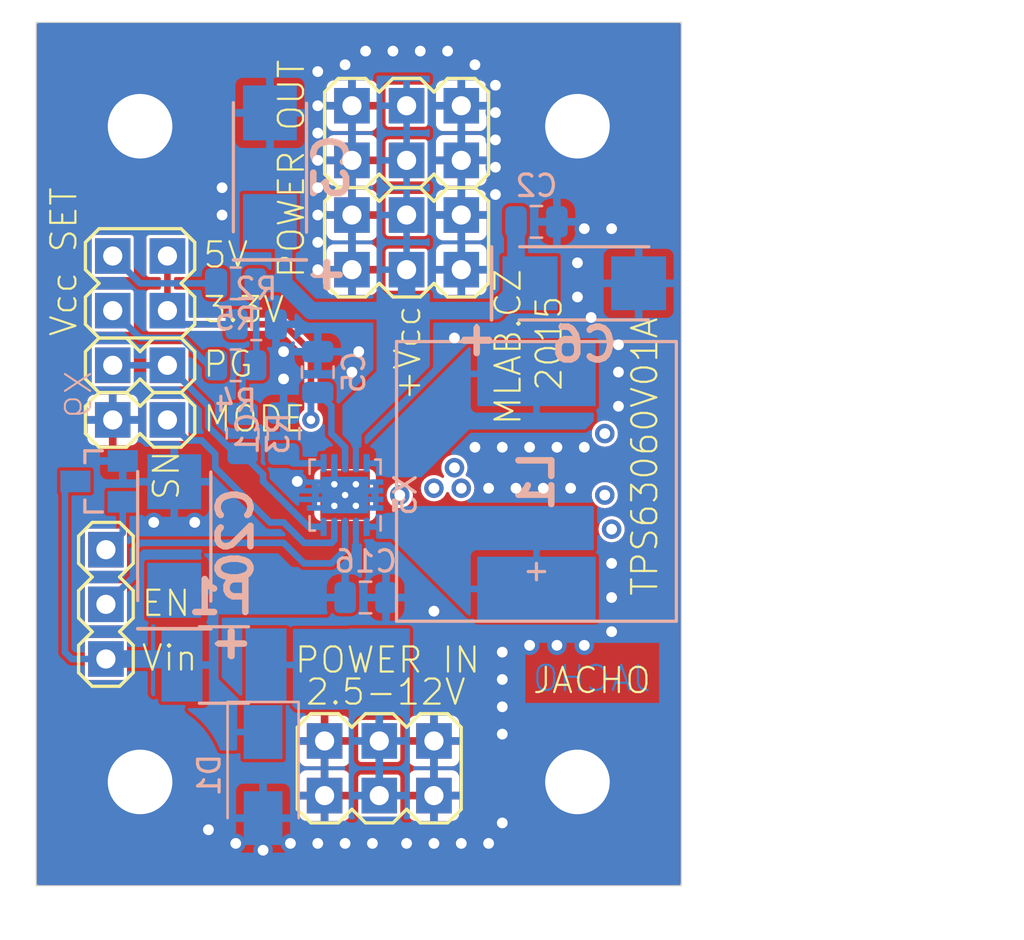
<source format=kicad_pcb>
(kicad_pcb (version 20211014) (generator pcbnew)
  (layers (0 "F.Cu" signal) (31 "B.Cu" signal) (34 "B.Paste" user) (35 "F.Paste" user) (36 "B.SilkS" user "B.Silkscreen") (37 "F.SilkS" user "F.Silkscreen") (38 "B.Mask" user) (39 "F.Mask" user) (44 "Edge.Cuts" user))
  (net 0 "")
  (net 1 "GND")
  (net 2 "Net-(P1-Pad1)")
  (net 3 "Net-(R4-Pad1)")
  (net 4 "Net-(R5-Pad1)")
  (net 5 "Net-(SV1-Pad1)")
  (net 6 "Net-(SV1-Pad2)")
  (net 7 "Net-(SV6-Pad1)")
  (net 8 "Net-(X5-Pad1)")
  (net 9 "Net-(X5-Pad10)")
  (net 10 "Net-(X5-Pad8)")
  (net 11 "Net-(X5-Pad6)")
  (net 12 "Net-(C3-Pad1)")
  (net 13 "Net-(C20-Pad1)")
  (net 14 "Net-(SV7-Pad1)")
  (footprint "untitled:MA03-1" (layer "F.Cu") (at 136.7536 111.9886 -90)
    (fp_text reference "SV1" hide)
    (fp_text value "MA03-1")
    (pad "1" thru_hole rect (at -2.54 0) (size 1.651 1.651) (drill 0.889) (layers *.Cu *.Mask) (net 5 "Net-(SV1-Pad1)"))
    (pad "2" thru_hole rect (at 0 0) (size 1.651 1.651) (drill 0.889) (layers *.Cu *.Mask) (net 6 "Net-(SV1-Pad2)"))
    (pad "3" thru_hole rect (at 2.54 0) (size 1.651 1.651) (drill 0.889) (layers *.Cu *.Mask) (net 13 "Net-(C20-Pad1)"))
  )
  (footprint "untitled:MA02-1" (layer "F.Cu") (at 138.3411 103.4161 180)
    (fp_text reference "SV6" hide)
    (fp_text value "MA02-1" hide)
    (pad "1" thru_hole rect (at -1.27 0 270) (size 1.651 1.651) (drill 0.889) (layers *.Cu *.Mask) (net 7 "Net-(SV6-Pad1)"))
    (pad "2" thru_hole rect (at 1.27 0 270) (size 1.651 1.651) (drill 0.889) (layers *.Cu *.Mask) (net 1 "GND"))
  )
  (footprint "Mlab_Mechanical:MountingHole_3mm" (layer "F.Cu") (at 138.3411 120.2436 90)
    (fp_text reference "X2" hide)
    (fp_text value "SROUB3M" hide)
    (pad "1" thru_hole circle locked (at 0 0 90) (size 6 6) (drill 3) (layers *.Cu *.Adhes *.Mask) (net 1 "GND") (clearance 1))
  )
  (footprint "untitled:MA02-2" (layer "F.Cu") (at 138.3411 97.0661 90)
    (fp_text reference "SV4" hide)
    (fp_text value "MA02-3")
    (pad "1" thru_hole rect (at -1.27 1.27 90) (size 1.651 1.651) (drill 0.889) (layers *.Cu *.Mask) (net 10 "Net-(X5-Pad8)"))
    (pad "2" thru_hole rect (at -1.27 -1.27 90) (size 1.651 1.651) (drill 0.889) (layers *.Cu *.Mask) (net 3 "Net-(R4-Pad1)"))
    (pad "3" thru_hole rect (at 1.27 1.27 90) (size 1.651 1.651) (drill 0.889) (layers *.Cu *.Mask) (net 10 "Net-(X5-Pad8)"))
    (pad "4" thru_hole rect (at 1.27 -1.27 90) (size 1.651 1.651) (drill 0.889) (layers *.Cu *.Mask) (net 4 "Net-(R5-Pad1)"))
  )
  (footprint "Mlab_Mechanical:MountingHole_3mm" (layer "F.Cu") (at 158.6611 120.2436 90)
    (fp_text reference "X4" hide)
    (fp_text value "SROUB3M" hide)
    (pad "1" thru_hole circle locked (at 0 0 90) (size 6 6) (drill 3) (layers *.Cu *.Adhes *.Mask) (net 1 "GND") (clearance 1))
  )
  (footprint "untitled:MA03-2" (layer "F.Cu") (at 150.7236 90.0811 180)
    (fp_text reference "SV5" hide)
    (fp_text value "MA03-2")
    (pad "1" thru_hole rect (at -2.54 1.27 180) (size 1.651 1.651) (drill 0.889) (layers *.Cu *.Mask) (net 1 "GND"))
    (pad "2" thru_hole rect (at -2.54 -1.27 180) (size 1.651 1.651) (drill 0.889) (layers *.Cu *.Mask) (net 1 "GND"))
    (pad "3" thru_hole rect (at 0 1.27 180) (size 1.651 1.651) (drill 0.889) (layers *.Cu *.Mask) (net 12 "Net-(C3-Pad1)"))
    (pad "4" thru_hole rect (at 0 -1.27 180) (size 1.651 1.651) (drill 0.889) (layers *.Cu *.Mask) (net 12 "Net-(C3-Pad1)"))
    (pad "5" thru_hole rect (at 2.54 1.27 180) (size 1.651 1.651) (drill 0.889) (layers *.Cu *.Mask) (net 1 "GND"))
    (pad "6" thru_hole rect (at 2.54 -1.27 180) (size 1.651 1.651) (drill 0.889) (layers *.Cu *.Mask) (net 1 "GND"))
  )
  (footprint "Mlab_Mechanical:MountingHole_3mm" (layer "F.Cu") (at 138.3411 89.7636 90)
    (fp_text reference "X1" hide)
    (fp_text value "SROUB3M" hide)
    (pad "1" thru_hole circle locked (at 0 0 90) (size 6 6) (drill 3) (layers *.Cu *.Adhes *.Mask) (net 1 "GND") (clearance 1))
  )
  (footprint "Mlab_Mechanical:MountingHole_3mm" (layer "F.Cu") (at 158.6611 89.7636 90)
    (fp_text reference "X3" hide)
    (fp_text value "SROUB3M" hide)
    (pad "1" thru_hole circle locked (at 0 0 90) (size 6 6) (drill 3) (layers *.Cu *.Adhes *.Mask) (net 1 "GND") (clearance 1))
  )
  (footprint "untitled:MA03-2" (layer "F.Cu") (at 150.7236 95.1611)
    (fp_text reference "SV2" hide)
    (fp_text value "MA03-2")
    (pad "1" thru_hole rect (at -2.54 1.27) (size 1.651 1.651) (drill 0.889) (layers *.Cu *.Mask) (net 1 "GND"))
    (pad "2" thru_hole rect (at -2.54 -1.27) (size 1.651 1.651) (drill 0.889) (layers *.Cu *.Mask) (net 1 "GND"))
    (pad "3" thru_hole rect (at 0 1.27) (size 1.651 1.651) (drill 0.889) (layers *.Cu *.Mask) (net 12 "Net-(C3-Pad1)"))
    (pad "4" thru_hole rect (at 0 -1.27) (size 1.651 1.651) (drill 0.889) (layers *.Cu *.Mask) (net 12 "Net-(C3-Pad1)"))
    (pad "5" thru_hole rect (at 2.54 1.27) (size 1.651 1.651) (drill 0.889) (layers *.Cu *.Mask) (net 1 "GND"))
    (pad "6" thru_hole rect (at 2.54 -1.27) (size 1.651 1.651) (drill 0.889) (layers *.Cu *.Mask) (net 1 "GND"))
  )
  (footprint "untitled:MA02-1" (layer "F.Cu") (at 138.3411 100.8761 180)
    (fp_text reference "SV7" hide)
    (fp_text value "MA02-1")
    (pad "1" thru_hole rect (at -1.27 0 270) (size 1.651 1.651) (drill 0.889) (layers *.Cu *.Mask) (net 14 "Net-(SV7-Pad1)"))
    (pad "2" thru_hole rect (at 1.27 0 270) (size 1.651 1.651) (drill 0.889) (layers *.Cu *.Mask) (net 14 "Net-(SV7-Pad1)"))
  )
  (footprint "untitled:MA03-2" (layer "F.Cu") (at 149.4536 119.6086 180)
    (fp_text reference "SV3" hide)
    (fp_text value "MA03-2")
    (pad "1" thru_hole rect (at -2.54 1.27 180) (size 1.651 1.651) (drill 0.889) (layers *.Cu *.Mask) (net 1 "GND"))
    (pad "2" thru_hole rect (at -2.54 -1.27 180) (size 1.651 1.651) (drill 0.889) (layers *.Cu *.Mask) (net 1 "GND"))
    (pad "3" thru_hole rect (at 0 1.27 180) (size 1.651 1.651) (drill 0.889) (layers *.Cu *.Mask) (net 2 "Net-(P1-Pad1)"))
    (pad "4" thru_hole rect (at 0 -1.27 180) (size 1.651 1.651) (drill 0.889) (layers *.Cu *.Mask) (net 2 "Net-(P1-Pad1)"))
    (pad "5" thru_hole rect (at 2.54 1.27 180) (size 1.651 1.651) (drill 0.889) (layers *.Cu *.Mask) (net 1 "GND"))
    (pad "6" thru_hole rect (at 2.54 -1.27 180) (size 1.651 1.651) (drill 0.889) (layers *.Cu *.Mask) (net 1 "GND"))
  )
  (footprint "Capacitor_SMD:C_0805_2012Metric" (layer "B.Cu") (at 145.0086 104.0511 -90)
    (fp_text reference "C1" (at 0 1.68 90) (layer "B.SilkS") (effects (justify mirror)))
    (fp_text value "100nF")
    (pad "1" smd roundrect (at -0.95 0 270) (size 1 1.45) (layers "B.Cu" "B.Paste" "B.Mask") (net 1 "GND"))
    (pad "2" smd roundrect (at 0.95 0 270) (size 1 1.45) (layers "B.Cu" "B.Paste" "B.Mask") (net 11 "Net-(X5-Pad6)"))
  )
  (footprint "Resistor_SMD:R_0805_2012Metric" (layer "B.Cu") (at 143.7386 98.9711 180)
    (fp_text reference "R2" (at 0 1.65) (layer "B.SilkS") (effects (justify mirror)))
    (fp_text value "100k")
    (pad "1" smd roundrect (at -0.9125 0 180) (size 1.025 1.4) (layers "B.Cu" "B.Paste" "B.Mask") (roundrect_rratio 0.243902) (net 1 "GND"))
    (pad "2" smd roundrect (at 0.9125 0 180) (size 1.025 1.4) (layers "B.Cu" "B.Paste" "B.Mask") (roundrect_rratio 0.243902) (net 10 "Net-(X5-Pad8)"))
  )
  (footprint "Capacitor_SMD:C_0805_2012Metric" (layer "B.Cu") (at 148.8186 111.6711 180)
    (fp_text reference "C16" (at 0 1.68) (layer "B.SilkS") (effects (justify mirror)))
    (fp_text value "10uF")
    (pad "1" smd roundrect (at -0.95 0 180) (size 1 1.45) (layers "B.Cu" "B.Paste" "B.Mask") (net 1 "GND"))
    (pad "2" smd roundrect (at 0.95 0 180) (size 1 1.45) (layers "B.Cu" "B.Paste" "B.Mask") (net 13 "Net-(C20-Pad1)"))
  )
  (footprint "Capacitor_SMD:C_0805_2012Metric" (layer "B.Cu") (at 156.7561 94.2086 180)
    (fp_text reference "C2" (at 0 1.68) (layer "B.SilkS") (effects (justify mirror)))
    (fp_text value "10uF")
    (pad "1" smd roundrect (at -0.95 0 180) (size 1 1.45) (layers "B.Cu" "B.Paste" "B.Mask") (net 1 "GND"))
    (pad "2" smd roundrect (at 0.95 0 180) (size 1 1.45) (layers "B.Cu" "B.Paste" "B.Mask") (net 12 "Net-(C3-Pad1)"))
  )
  (footprint "untitled:SOT23" (layer "B.Cu") (at 136.4361 106.2736 -90)
    (fp_text reference "X9" (at -2.8575 0.9525 -270) (layer "B.SilkS") (effects (font (size 1.176528 1.176528) (thickness 0.093472)) (justify right mirror)))
    (fp_text value "APX809")
    (pad "1" smd rect (at -0.95 -1.1 270) (size 1 1.4) (layers "B.Cu" "B.Paste" "B.Mask") (net 1 "GND"))
    (pad "2" smd rect (at 0.95 -1.1 270) (size 1 1.4) (layers "B.Cu" "B.Paste" "B.Mask") (net 5 "Net-(SV1-Pad1)"))
    (pad "3" smd rect (at 0 1.1 270) (size 1 1.4) (layers "B.Cu" "B.Paste" "B.Mask") (net 13 "Net-(C20-Pad1)"))
  )
  (footprint "Diode_SMD:D_SMA" (layer "B.Cu") (at 144.0561 119.9261 -90)
    (fp_text reference "D1" (at 0 2.5 90) (layer "B.SilkS") (effects (justify mirror)))
    (fp_text value "M4")
    (pad "1" smd rect (at -2 0 270) (size 2.5 1.8) (layers "B.Cu" "B.Paste" "B.Mask") (net 13 "Net-(C20-Pad1)"))
    (pad "2" smd rect (at 2 0 270) (size 2.5 1.8) (layers "B.Cu" "B.Paste" "B.Mask") (net 1 "GND"))
  )
  (footprint "Resistor_SMD:R_0805_2012Metric" (layer "B.Cu") (at 142.7861 97.0661)
    (fp_text reference "R5" (at 0 1.65 180) (layer "B.SilkS") (effects (justify mirror)))
    (fp_text value "900k")
    (pad "1" smd roundrect (at -0.9125 0) (size 1.025 1.4) (layers "B.Cu" "B.Paste" "B.Mask") (roundrect_rratio 0.243902) (net 4 "Net-(R5-Pad1)"))
    (pad "2" smd roundrect (at 0.9125 0) (size 1.025 1.4) (layers "B.Cu" "B.Paste" "B.Mask") (roundrect_rratio 0.243902) (net 12 "Net-(C3-Pad1)"))
  )
  (footprint "Mlab_L:DE1205-10" (layer "B.Cu") (at 156.7561 106.2736 -90)
    (fp_text reference "L1" (at 0 0 90) (layer "B.SilkS") (effects (font (size 1.524 1.524) (thickness 0.3048)) (justify mirror)))
    (fp_text value "DE1207-1" hide)
    (pad "1" smd rect locked (at 5 0 270) (size 3 5.5) (layers "B.Cu" "B.Paste" "B.Mask") (net 8 "Net-(X5-Pad1)"))
    (pad "2" smd rect locked (at -5 0 270) (size 3 5.5) (layers "B.Cu" "B.Paste" "B.Mask") (net 9 "Net-(X5-Pad10)"))
  )
  (footprint "Mlab_F:1812" (layer "B.Cu") (at 142.24 114.808 180)
    (fp_text reference "P1" (at 0.13462 3.15468 180) (layer "B.SilkS") (effects (font (size 1.524 1.524) (thickness 0.3048)) (justify mirror)))
    (fp_text value "1,1A" hide)
    (pad "1" smd rect locked (at -1.95 0 180) (size 1.9 3.4) (layers "B.Cu" "B.Paste" "B.Mask") (net 2 "Net-(P1-Pad1)"))
    (pad "2" smd rect locked (at 1.95 0 180) (size 1.9 3.4) (layers "B.Cu" "B.Paste" "B.Mask") (net 13 "Net-(C20-Pad1)"))
  )
  (footprint "Resistor_SMD:R_0805_2012Metric" (layer "B.Cu") (at 143.1036 104.0511 90)
    (fp_text reference "R3" (at 0 1.65 270) (layer "B.SilkS") (effects (justify mirror)))
    (fp_text value "1M")
    (pad "1" smd roundrect (at -0.9125 0 90) (size 1.025 1.4) (layers "B.Cu" "B.Paste" "B.Mask") (roundrect_rratio 0.243902) (net 14 "Net-(SV7-Pad1)"))
    (pad "2" smd roundrect (at 0.9125 0 90) (size 1.025 1.4) (layers "B.Cu" "B.Paste" "B.Mask") (roundrect_rratio 0.243902) (net 12 "Net-(C3-Pad1)"))
  )
  (footprint "Capacitor_SMD:C_0805_2012Metric" (layer "B.Cu") (at 146.5961 101.1936 90)
    (fp_text reference "C5" (at 0 1.68 270) (layer "B.SilkS") (effects (justify mirror)))
    (fp_text value "10p")
    (pad "1" smd roundrect (at -0.95 0 90) (size 1 1.45) (layers "B.Cu" "B.Paste" "B.Mask") (net 10 "Net-(X5-Pad8)"))
    (pad "2" smd roundrect (at 0.95 0 90) (size 1 1.45) (layers "B.Cu" "B.Paste" "B.Mask") (net 1 "GND"))
  )
  (footprint "Mlab_C:TantalC_SizeC_Reflow" (layer "B.Cu") (at 158.9786 97.0661)
    (fp_text reference "C6" (at 0 2.85) (layer "B.SilkS") (effects (font (size 1.524 1.524) (thickness 0.3048)) (justify mirror)))
    (fp_text value "47uF" hide)
    (fp_text user "+" (at -4.99872 2.55016) (layer "B.SilkS") (effects (font (size 1.524 1.524) (thickness 0.3048)) (justify mirror)))
    (pad "1" smd rect locked (at -2.52476 0) (size 2.55016 2.49936) (layers "B.Cu" "B.Paste" "B.Mask") (net 12 "Net-(C3-Pad1)"))
    (pad "2" smd rect locked (at 2.52476 0) (size 2.55016 2.49936) (layers "B.Cu" "B.Paste" "B.Mask") (net 1 "GND"))
  )
  (footprint "Resistor_SMD:R_0805_2012Metric" (layer "B.Cu") (at 142.7861 100.8761)
    (fp_text reference "R4" (at 0 1.65 180) (layer "B.SilkS") (effects (justify mirror)))
    (fp_text value "560k")
    (pad "1" smd roundrect (at -0.9125 0) (size 1.025 1.4) (layers "B.Cu" "B.Paste" "B.Mask") (roundrect_rratio 0.243902) (net 3 "Net-(R4-Pad1)"))
    (pad "2" smd roundrect (at 0.9125 0) (size 1.025 1.4) (layers "B.Cu" "B.Paste" "B.Mask") (roundrect_rratio 0.243902) (net 12 "Net-(C3-Pad1)"))
  )
  (footprint "Mlab_C:TantalC_SizeC_Reflow" (layer "B.Cu") (at 144.3736 91.6686 90)
    (fp_text reference "C3" (at 0 2.85 90) (layer "B.SilkS") (effects (font (size 1.524 1.524) (thickness 0.3048)) (justify mirror)))
    (fp_text value "47uF" hide)
    (fp_text user "+" (at -4.99872 2.55016 90) (layer "B.SilkS") (effects (font (size 1.524 1.524) (thickness 0.3048)) (justify mirror)))
    (pad "1" smd rect locked (at -2.52476 0 90) (size 2.55016 2.49936) (layers "B.Cu" "B.Paste" "B.Mask") (net 12 "Net-(C3-Pad1)"))
    (pad "2" smd rect locked (at 2.52476 0 90) (size 2.55016 2.49936) (layers "B.Cu" "B.Paste" "B.Mask") (net 1 "GND"))
  )
  (footprint "Package_SON:Texas_S-PWSON-N10_ThermalVias" (layer "B.Cu") (at 147.8661 106.9086 90)
    (fp_text reference "X5" (at 0 2.8 90) (layer "B.SilkS") (effects (justify mirror)))
    (fp_text value "TPS63060")
    (pad "1" smd rect (at -1.76 1 90) (size 0.28 0.28) (layers "B.Cu" "B.Paste" "B.Mask") (net 8 "Net-(X5-Pad1)"))
    (pad "1" smd oval (at -1.475 1 90) (size 0.85 0.28) (layers "B.Cu" "B.Paste" "B.Mask") (net 8 "Net-(X5-Pad1)"))
    (pad "2" smd rect (at -1.76 0.5 90) (size 0.28 0.28) (layers "B.Cu" "B.Paste" "B.Mask") (net 13 "Net-(C20-Pad1)"))
    (pad "2" smd oval (at -1.475 0.5 90) (size 0.85 0.28) (layers "B.Cu" "B.Paste" "B.Mask") (net 13 "Net-(C20-Pad1)"))
    (pad "3" smd rect (at -1.76 0 90) (size 0.28 0.28) (layers "B.Cu" "B.Paste" "B.Mask") (net 6 "Net-(SV1-Pad2)"))
    (pad "3" smd oval (at -1.475 0 90) (size 0.85 0.28) (layers "B.Cu" "B.Paste" "B.Mask") (net 6 "Net-(SV1-Pad2)"))
    (pad "4" smd rect (at -1.76 -0.5 90) (size 0.28 0.28) (layers "B.Cu" "B.Paste" "B.Mask") (net 7 "Net-(SV6-Pad1)"))
    (pad "4" smd oval (at -1.475 -0.5 90) (size 0.85 0.28) (layers "B.Cu" "B.Paste" "B.Mask") (net 7 "Net-(SV6-Pad1)"))
    (pad "5" smd rect (at -1.76 -1 90) (size 0.28 0.28) (layers "B.Cu" "B.Paste" "B.Mask") (net 14 "Net-(SV7-Pad1)"))
    (pad "5" smd oval (at -1.475 -1 90) (size 0.85 0.28) (layers "B.Cu" "B.Paste" "B.Mask") (net 14 "Net-(SV7-Pad1)"))
    (pad "6" smd oval (at 1.475 -1 90) (size 0.85 0.28) (layers "B.Cu" "B.Paste" "B.Mask") (net 11 "Net-(X5-Pad6)"))
    (pad "6" smd rect (at 1.76 -1 90) (size 0.28 0.28) (layers "B.Cu" "B.Paste" "B.Mask") (net 11 "Net-(X5-Pad6)"))
    (pad "7" smd rect (at 1.76 -0.5 90) (size 0.28 0.28) (layers "B.Cu" "B.Paste" "B.Mask") (net 1 "GND"))
    (pad "7" smd oval (at 1.475 -0.5 90) (size 0.85 0.28) (layers "B.Cu" "B.Paste" "B.Mask") (net 1 "GND"))
    (pad "8" smd oval (at 1.475 0 90) (size 0.85 0.28) (layers "B.Cu" "B.Paste" "B.Mask") (net 10 "Net-(X5-Pad8)"))
    (pad "8" smd rect (at 1.76 0 90) (size 0.28 0.28) (layers "B.Cu" "B.Paste" "B.Mask") (net 10 "Net-(X5-Pad8)"))
    (pad "9" smd rect (at 1.76 0.5 90) (size 0.28 0.28) (layers "B.Cu" "B.Paste" "B.Mask") (net 12 "Net-(C3-Pad1)"))
    (pad "9" smd oval (at 1.475 0.5 90) (size 0.85 0.28) (layers "B.Cu" "B.Paste" "B.Mask") (net 12 "Net-(C3-Pad1)"))
    (pad "10" smd oval (at 1.475 1 90) (size 0.85 0.28) (layers "B.Cu" "B.Paste" "B.Mask") (net 9 "Net-(X5-Pad10)"))
    (pad "10" smd rect (at 1.76 1 90) (size 0.28 0.28) (layers "B.Cu" "B.Paste" "B.Mask") (net 9 "Net-(X5-Pad10)"))
    (pad "11" smd rect (at 0.6 -1.425 90) (size 0.25 0.7) (layers "B.Cu" "B.Paste" "B.Mask") (net 1 "GND"))
    (pad "11" smd rect (at 0.6 1.425 90) (size 0.25 0.7) (layers "B.Cu" "B.Paste" "B.Mask") (net 1 "GND"))
    (pad "11" smd rect (at -0.6 1.425 90) (size 0.25 0.7) (layers "B.Cu" "B.Paste" "B.Mask") (net 1 "GND"))
    (pad "11" thru_hole circle (at 0.5 0.5 90) (size 0.6 0.6) (drill 0.3) (layers *.Cu *.Mask) (net 1 "GND"))
    (pad "11" smd rect (at 0 0 90) (size 1.7 2.15) (layers "B.Cu" "B.Mask") (net 1 "GND"))
    (pad "11" thru_hole circle (at 0 0 90) (size 0.6 0.6) (drill 0.3) (layers *.Cu *.Mask) (net 1 "GND"))
    (pad "11" smd rect (at 0.435 0.56 90) (size 0.65 0.9) (layers "B.Cu" "B.Paste" "B.Mask") (net 1 "GND"))
    (pad "11" smd rect (at 0.2 -1.425 90) (size 0.25 0.7) (layers "B.Cu" "B.Paste" "B.Mask") (net 1 "GND"))
    (pad "11" smd rect (at 0.6 1.425 90) (size 0.23 0.6) (layers "B.Cu" "B.Paste" "B.Mask") (net 1 "GND"))
    (pad "11" smd rect (at -0.2 1.425 90) (size 0.25 0.7) (layers "B.Cu" "B.Paste" "B.Mask") (net 1 "GND"))
    (pad "11" thru_hole circle (at -0.5 0.5 90) (size 0.6 0.6) (drill 0.3) (layers *.Cu *.Mask) (net 1 "GND"))
    (pad "11" smd rect (at 0.2 -1.425 90) (size 0.23 0.6) (layers "B.Cu" "B.Paste" "B.Mask") (net 1 "GND"))
    (pad "11" smd rect (at -0.435 -0.56 90) (size 0.65 0.9) (layers "B.Cu" "B.Paste" "B.Mask") (net 1 "GND"))
    (pad "11" smd rect (at -0.6 -1.425 90) (size 0.25 0.7) (layers "B.Cu" "B.Paste" "B.Mask") (net 1 "GND"))
    (pad "11" smd rect (at 0.2 1.425 90) (size 0.25 0.7) (layers "B.Cu" "B.Paste" "B.Mask") (net 1 "GND"))
    (pad "11" smd rect (at 0.2 1.425 90) (size 0.23 0.6) (layers "B.Cu" "B.Paste" "B.Mask") (net 1 "GND"))
    (pad "11" thru_hole circle (at -0.5 -0.5 90) (size 0.6 0.6) (drill 0.3) (layers *.Cu *.Mask) (net 1 "GND"))
    (pad "11" thru_hole circle (at 0.5 -0.5 90) (size 0.6 0.6) (drill 0.3) (layers *.Cu *.Mask) (net 1 "GND"))
    (pad "11" smd rect (at -0.2 1.425 90) (size 0.23 0.6) (layers "B.Cu" "B.Paste" "B.Mask") (net 1 "GND"))
    (pad "11" smd rect (at -0.6 -1.425 90) (size 0.23 0.6) (layers "B.Cu" "B.Paste" "B.Mask") (net 1 "GND"))
    (pad "11" smd rect (at 0.435 -0.56 90) (size 0.65 0.9) (layers "B.Cu" "B.Paste" "B.Mask") (net 1 "GND"))
    (pad "11" smd rect (at -0.001 0 90) (size 2.3 2.3) (layers "F.Cu") (net 1 "GND"))
    (pad "11" smd rect (at -0.435 0.56 90) (size 0.65 0.9) (layers "B.Cu" "B.Paste" "B.Mask") (net 1 "GND"))
    (pad "11" smd rect (at -0.2 -1.425 90) (size 0.23 0.6) (layers "B.Cu" "B.Paste" "B.Mask") (net 1 "GND"))
    (pad "11" smd rect (at 0.6 -1.425 90) (size 0.23 0.6) (layers "B.Cu" "B.Paste" "B.Mask") (net 1 "GND"))
    (pad "11" smd rect (at -0.2 -1.425 90) (size 0.25 0.7) (layers "B.Cu" "B.Paste" "B.Mask") (net 1 "GND"))
    (pad "11" smd rect (at -0.6 1.425 90) (size 0.23 0.6) (layers "B.Cu" "B.Paste" "B.Mask") (net 1 "GND"))
  )
  (footprint "Mlab_C:TantalC_SizeC_Reflow" (layer "B.Cu") (at 139.9286 108.8136 90)
    (fp_text reference "C20" (at 0 2.85 90) (layer "B.SilkS") (effects (font (size 1.524 1.524) (thickness 0.3048)) (justify mirror)))
    (fp_text value "47uF" hide)
    (fp_text user "+" (at -4.99872 2.55016 90) (layer "B.SilkS") (effects (font (size 1.524 1.524) (thickness 0.3048)) (justify mirror)))
    (pad "1" smd rect locked (at -2.52476 0 90) (size 2.55016 2.49936) (layers "B.Cu" "B.Paste" "B.Mask") (net 13 "Net-(C20-Pad1)"))
    (pad "2" smd rect locked (at 2.52476 0 90) (size 2.55016 2.49936) (layers "B.Cu" "B.Paste" "B.Mask") (net 1 "GND"))
  )
  (gr_line (start 133.5151 125.0696) (end 163.4871 125.0696) (layer "Edge.Cuts") (width 0.05))
  (gr_line (start 163.4871 125.0696) (end 163.4871 84.9376) (layer "Edge.Cuts") (width 0.05))
  (gr_line (start 163.4871 84.9376) (end 133.5151 84.9376) (layer "Edge.Cuts") (width 0.05))
  (gr_line (start 133.5151 84.9376) (end 133.5151 125.0696) (layer "Edge.Cuts") (width 0.05))
  (gr_text "JACHO" (at 162.1536 116.1161) (layer "B.Cu") (effects (font (size 1.1684 1.1684) (thickness 0.1016)) (justify left bottom mirror)))
  (gr_text "POWER OUT" (at 144.6911 86.5886 90) (layer "F.SilkS") (effects (font (size 1.1684 1.1684) (thickness 0.1016)) (justify right top)))
  (gr_text "5V" (at 141.1986 96.4311) (layer "F.SilkS") (effects (font (size 1.1684 1.1684) (thickness 0.1016)) (justify left bottom)))
  (gr_text "3.3V" (at 141.1986 98.9711) (layer "F.SilkS") (effects (font (size 1.1684 1.1684) (thickness 0.1016)) (justify left bottom)))
  (gr_text "2.5-12V" (at 145.9611 116.7511) (layer "F.SilkS") (effects (font (size 1.1684 1.1684) (thickness 0.1016)) (justify left bottom)))
  (gr_text "EN" (at 138.3411 112.6236) (layer "F.SilkS") (effects (font (size 1.1684 1.1684) (thickness 0.1016)) (justify left bottom)))
  (gr_text "PG" (at 141.1986 101.5111) (layer "F.SilkS") (effects (font (size 1.1684 1.1684) (thickness 0.1016)) (justify left bottom)))
  (gr_text "2015" (at 158.0261 102.1461 90) (layer "F.SilkS") (effects (font (size 1.1684 1.1684) (thickness 0.1016)) (justify left bottom)))
  (gr_text "Vin" (at 138.3411 115.1636) (layer "F.SilkS") (effects (font (size 1.1684 1.1684) (thickness 0.1016)) (justify left bottom)))
  (gr_text "POWER IN" (at 154.2161 113.8936) (layer "F.SilkS") (effects (font (size 1.1684 1.1684) (thickness 0.1016)) (justify right top)))
  (gr_text "MODE" (at 141.1986 104.0511) (layer "F.SilkS") (effects (font (size 1.1684 1.1684) (thickness 0.1016)) (justify left bottom)))
  (gr_text "Vcc SET" (at 135.4836 99.6061 90) (layer "F.SilkS") (effects (font (size 1.1684 1.1684) (thickness 0.1016)) (justify left bottom)))
  (gr_text "SN" (at 140.2461 107.2261 90) (layer "F.SilkS") (effects (font (size 1.1684 1.1684) (thickness 0.1016)) (justify left bottom)))
  (gr_text "MLAB.CZ" (at 156.1211 103.7336 90) (layer "F.SilkS") (effects (font (size 1.1684 1.1684) (thickness 0.1016)) (justify left bottom)))
  (gr_text "TPS63060V01A" (at 162.4711 111.6711 90) (layer "F.SilkS") (effects (font (size 1.1684 1.1684) (thickness 0.1016)) (justify left bottom)))
  (gr_text "+Vcc" (at 150.0886 98.0186 90) (layer "F.SilkS") (effects (font (size 1.1684 1.1684) (thickness 0.1016)) (justify right top)))
  (gr_text "JACHO" (at 162.1536 114.8461) (layer "F.SilkS") (effects (font (size 1.1684 1.1684) (thickness 0.1016)) (justify right top)))
  (via (at 152.6286 86.2711) (size 0.9064) (drill 0.5) (layers "F.Cu" "B.Cu") (net 1))
  (via (at 157.0736 106.5911) (size 0.9064) (drill 0.5) (layers "F.Cu" "B.Cu") (net 1))
  (via (at 155.1686 118.0211) (size 0.9064) (drill 0.5) (layers "F.Cu" "B.Cu") (net 1))
  (via (at 145.0086 100.2411) (size 0.9064) (drill 0.5) (layers "F.Cu" "B.Cu") (net 1))
  (via (at 157.7086 113.8936) (size 0.9064) (drill 0.5) (layers "F.Cu" "B.Cu") (net 1))
  (via (at 155.1686 115.4811) (size 0.9064) (drill 0.5) (layers "F.Cu" "B.Cu") (net 1))
  (via (at 146.5961 93.8911) (size 0.9064) (drill 0.5) (layers "F.Cu" "B.Cu") (net 1))
  (via (at 141.5161 122.4661) (size 0.9064) (drill 0.5) (layers "F.Cu" "B.Cu") (net 1))
  (via (at 154.8511 90.3986) (size 0.9064) (drill 0.5) (layers "F.Cu" "B.Cu") (net 1))
  (via (at 145.3261 123.1011) (size 0.9064) (drill 0.5) (layers "F.Cu" "B.Cu") (net 1))
  (via (at 158.6611 97.7011) (size 0.9064) (drill 0.5) (layers "F.Cu" "B.Cu") (net 1))
  (via (at 160.2486 113.2586) (size 0.9064) (drill 0.5) (layers "F.Cu" "B.Cu") (net 1))
  (via (at 160.5661 101.1936) (size 0.9064) (drill 0.5) (layers "F.Cu" "B.Cu") (net 1))
  (via (at 155.1686 116.7511) (size 0.9064) (drill 0.5) (layers "F.Cu" "B.Cu") (net 1))
  (via (at 146.5961 95.1611) (size 0.9064) (drill 0.5) (layers "F.Cu" "B.Cu") (net 1))
  (via (at 151.9936 112.3061) (size 0.9064) (drill 0.5) (layers "F.Cu" "B.Cu") (net 1))
  (via (at 144.0561 123.4186) (size 0.9064) (drill 0.5) (layers "F.Cu" "B.Cu") (net 1))
  (via (at 154.8511 87.8586) (size 0.9064) (drill 0.5) (layers "F.Cu" "B.Cu") (net 1))
  (via (at 159.2961 98.6536) (size 0.9064) (drill 0.5) (layers "F.Cu" "B.Cu") (net 1))
  (via (at 146.5961 91.3511) (size 0.9064) (drill 0.5) (layers "F.Cu" "B.Cu") (net 1))
  (via (at 146.5961 90.0811) (size 0.9064) (drill 0.5) (layers "F.Cu" "B.Cu") (net 1))
  (via (at 160.5661 99.9236) (size 0.9064) (drill 0.5) (layers "F.Cu" "B.Cu") (net 1))
  (via (at 150.0886 86.2711) (size 0.9064) (drill 0.5) (layers "F.Cu" "B.Cu") (net 1))
  (via (at 145.6436 106.2736) (size 0.9064) (drill 0.5) (layers "F.Cu" "B.Cu") (net 1))
  (via (at 156.4386 104.6861) (size 0.9064) (drill 0.5) (layers "F.Cu" "B.Cu") (net 1))
  (via (at 155.1686 122.1486) (size 0.9064) (drill 0.5) (layers "F.Cu" "B.Cu") (net 1))
  (via (at 142.1511 93.8911) (size 0.9064) (drill 0.5) (layers "F.Cu" "B.Cu") (net 1))
  (via (at 149.1361 123.1011) (size 0.9064) (drill 0.5) (layers "F.Cu" "B.Cu") (net 1))
  (via (at 155.8036 106.5911) (size 0.9064) (drill 0.5) (layers "F.Cu" "B.Cu") (net 1))
  (via (at 146.5961 92.6211) (size 0.9064) (drill 0.5) (layers "F.Cu" "B.Cu") (net 1))
  (via (at 154.8511 91.6686) (size 0.9064) (drill 0.5) (layers "F.Cu" "B.Cu") (net 1))
  (via (at 160.2486 94.5261) (size 0.9064) (drill 0.5) (layers "F.Cu" "B.Cu") (net 1))
  (via (at 154.8511 92.9386) (size 0.9064) (drill 0.5) (layers "F.Cu" "B.Cu") (net 1))
  (via (at 158.9786 104.6861) (size 0.9064) (drill 0.5) (layers "F.Cu" "B.Cu") (net 1))
  (via (at 153.8986 86.9061) (size 0.9064) (drill 0.5) (layers "F.Cu" "B.Cu") (net 1))
  (via (at 146.5961 88.8111) (size 0.9064) (drill 0.5) (layers "F.Cu" "B.Cu") (net 1))
  (via (at 150.7236 123.1011) (size 0.9064) (drill 0.5) (layers "F.Cu" "B.Cu") (net 1))
  (via (at 145.0086 101.5111) (size 0.9064) (drill 0.5) (layers "F.Cu" "B.Cu") (net 1))
  (via (at 148.1836 101.1936) (size 0.9064) (drill 0.5) (layers "F.Cu" "B.Cu") (net 1))
  (via (at 160.2486 111.6711) (size 0.9064) (drill 0.5) (layers "F.Cu" "B.Cu") (net 1))
  (via (at 156.4386 113.8936) (size 0.9064) (drill 0.5) (layers "F.Cu" "B.Cu") (net 1))
  (via (at 154.5336 123.1011) (size 0.9064) (drill 0.5) (layers "F.Cu" "B.Cu") (net 1))
  (via (at 142.7861 123.1011) (size 0.9064) (drill 0.5) (layers "F.Cu" "B.Cu") (net 1))
  (via (at 140.8811 108.1786) (size 0.9064) (drill 0.5) (layers "F.Cu" "B.Cu") (net 1))
  (via (at 142.1511 92.6211) (size 0.9064) (drill 0.5) (layers "F.Cu" "B.Cu") (net 1))
  (via (at 153.2636 123.1011) (size 0.9064) (drill 0.5) (layers "F.Cu" "B.Cu") (net 1))
  (via (at 138.9761 108.1786) (size 0.9064) (drill 0.5) (layers "F.Cu" "B.Cu") (net 1))
  (via (at 148.8186 86.2711) (size 0.9064) (drill 0.5) (layers "F.Cu" "B.Cu") (net 1))
  (via (at 154.5336 106.5911) (size 0.9064) (drill 0.5) (layers "F.Cu" "B.Cu") (net 1))
  (via (at 152.9461 99.6061) (size 0.9064) (drill 0.5) (layers "F.Cu" "B.Cu") (net 1))
  (via (at 158.6611 96.1136) (size 0.9064) (drill 0.5) (layers "F.Cu" "B.Cu") (net 1))
  (via (at 158.9786 94.5261) (size 0.9064) (drill 0.5) (layers "F.Cu" "B.Cu") (net 1))
  (via (at 157.7086 104.6861) (size 0.9064) (drill 0.5) (layers "F.Cu" "B.Cu") (net 1))
  (via (at 146.5961 96.4311) (size 0.9064) (drill 0.5) (layers "F.Cu" "B.Cu") (net 1))
  (via (at 160.2486 110.0836) (size 0.9064) (drill 0.5) (layers "F.Cu" "B.Cu") (net 1))
  (via (at 151.9936 123.1011) (size 0.9064) (drill 0.5) (layers "F.Cu" "B.Cu") (net 1))
  (via (at 146.5961 123.1011) (size 0.9064) (drill 0.5) (layers "F.Cu" "B.Cu") (net 1))
  (via (at 148.5011 100.2411) (size 0.9064) (drill 0.5) (layers "F.Cu" "B.Cu") (net 1))
  (via (at 151.3586 86.2711) (size 0.9064) (drill 0.5) (layers "F.Cu" "B.Cu") (net 1))
  (via (at 155.1686 104.6861) (size 0.9064) (drill 0.5) (layers "F.Cu" "B.Cu") (net 1))
  (via (at 154.8511 89.1286) (size 0.9064) (drill 0.5) (layers "F.Cu" "B.Cu") (net 1))
  (via (at 153.8986 104.6861) (size 0.9064) (drill 0.5) (layers "F.Cu" "B.Cu") (net 1))
  (via (at 158.3436 106.5911) (size 0.9064) (drill 0.5) (layers "F.Cu" "B.Cu") (net 1))
  (via (at 146.5961 87.2236) (size 0.9064) (drill 0.5) (layers "F.Cu" "B.Cu") (net 1))
  (via (at 158.9786 113.8936) (size 0.9064) (drill 0.5) (layers "F.Cu" "B.Cu") (net 1))
  (via (at 155.1686 114.2111) (size 0.9064) (drill 0.5) (layers "F.Cu" "B.Cu") (net 1))
  (via (at 147.8661 86.9061) (size 0.9064) (drill 0.5) (layers "F.Cu" "B.Cu") (net 1))
  (via (at 160.5661 102.7811) (size 0.9064) (drill 0.5) (layers "F.Cu" "B.Cu") (net 1))
  (via (at 147.8661 123.1011) (size 0.9064) (drill 0.5) (layers "F.Cu" "B.Cu") (net 1))
  (segment (start 147.2311 106.5911) (end 146.5586 106.5911) (width 0.3048) (layer "B.Cu") (net 1))
  (segment (start 147.3661 105.4336) (end 147.3661 106.4561) (width 0.3048) (layer "B.Cu") (net 1))
  (segment (start 146.5586 106.5911) (end 146.4411 106.7086) (width 0.3048) (layer "B.Cu") (net 1))
  (segment (start 148.0661 106.7086) (end 147.8661 106.9086) (width 0.3048) (layer "B.Cu") (net 1))
  (segment (start 147.2311 106.5911) (end 147.5486 106.5911) (width 0.3048) (layer "B.Cu") (net 1))
  (segment (start 147.5486 106.5911) (end 147.8661 106.9086) (width 0.3048) (layer "B.Cu") (net 1))
  (segment (start 149.2911 106.7086) (end 148.0661 106.7086) (width 0.3048) (layer "B.Cu") (net 1))
  (segment (start 147.3661 106.4561) (end 147.2311 106.5911) (width 0.3048) (layer "B.Cu") (net 1))
  (segment (start 138.3411 99.6061) (end 137.0711 98.3361) (width 0.3048) (layer "B.Cu") (net 3))
  (segment (start 140.2461 99.6061) (end 138.3411 99.6061) (width 0.3048) (layer "B.Cu") (net 3))
  (segment (start 141.5161 100.8761) (end 140.2461 99.6061) (width 0.3048) (layer "B.Cu") (net 3))
  (segment (start 141.8361 100.8761) (end 141.5161 100.8761) (width 0.3048) (layer "B.Cu") (net 3))
  (segment (start 138.3411 97.0661) (end 137.0711 95.7961) (width 0.3048) (layer "B.Cu") (net 4))
  (segment (start 141.8361 97.0661) (end 138.3411 97.0661) (width 0.3048) (layer "B.Cu") (net 4))
  (segment (start 137.5361 108.6661) (end 136.7536 109.4486) (width 0.3048) (layer "B.Cu") (net 5))
  (segment (start 137.5361 107.2236) (end 137.5361 108.6661) (width 0.3048) (layer "B.Cu") (net 5))
  (segment (start 138.0236 109.4486) (end 138.0236 110.7186) (width 0.3048) (layer "B.Cu") (net 6))
  (segment (start 138.0236 110.7186) (end 136.7536 111.9886) (width 0.3048) (layer "B.Cu") (net 6))
  (segment (start 147.8661 109.4486) (end 147.2311 110.0836) (width 0.3048) (layer "B.Cu") (net 6))
  (segment (start 138.3411 109.1311) (end 138.0236 109.4486) (width 0.3048) (layer "B.Cu") (net 6))
  (segment (start 145.0086 109.1311) (end 138.3411 109.1311) (width 0.3048) (layer "B.Cu") (net 6))
  (segment (start 145.9611 110.0836) (end 145.0086 109.1311) (width 0.3048) (layer "B.Cu") (net 6))
  (segment (start 147.2311 110.0836) (end 145.9611 110.0836) (width 0.3048) (layer "B.Cu") (net 6))
  (segment (start 147.8661 108.3836) (end 147.8661 109.4486) (width 0.3048) (layer "B.Cu") (net 6))
  (segment (start 140.5636 104.3686) (end 139.6111 103.4161) (width 0.3048) (layer "B.Cu") (net 7))
  (segment (start 145.9611 109.1311) (end 145.0086 108.1786) (width 0.3048) (layer "B.Cu") (net 7))
  (segment (start 147.2311 109.1311) (end 145.9611 109.1311) (width 0.3048) (layer "B.Cu") (net 7))
  (segment (start 141.8336 105.6386) (end 141.8336 105.0036) (width 0.3048) (layer "B.Cu") (net 7))
  (segment (start 144.3736 108.1786) (end 141.8336 105.6386) (width 0.3048) (layer "B.Cu") (net 7))
  (segment (start 141.1986 104.3686) (end 140.5636 104.3686) (width 0.3048) (layer "B.Cu") (net 7))
  (segment (start 141.8336 105.0036) (end 141.1986 104.3686) (width 0.3048) (layer "B.Cu") (net 7))
  (segment (start 147.3661 108.3836) (end 147.3661 108.9961) (width 0.3048) (layer "B.Cu") (net 7))
  (segment (start 147.3661 108.9961) (end 147.2311 109.1311) (width 0.3048) (layer "B.Cu") (net 7))
  (segment (start 145.0086 108.1786) (end 144.3736 108.1786) (width 0.3048) (layer "B.Cu") (net 7))
  (via (at 151.9936 106.5911) (size 0.9064) (drill 0.5) (layers "F.Cu" "B.Cu") (net 8))
  (via (at 150.4061 106.9086) (size 0.9064) (drill 0.5) (layers "F.Cu" "B.Cu") (net 8))
  (via (at 153.2636 106.5911) (size 0.9064) (drill 0.5) (layers "F.Cu" "B.Cu") (net 8))
  (via (at 152.9461 105.6386) (size 0.9064) (drill 0.5) (layers "F.Cu" "B.Cu") (net 8))
  (via (at 160.2486 108.4961) (size 0.9064) (drill 0.5) (layers "F.Cu" "B.Cu") (net 9))
  (via (at 159.9311 104.0511) (size 0.9064) (drill 0.5) (layers "F.Cu" "B.Cu") (net 9))
  (via (at 159.9311 106.9086) (size 0.9064) (drill 0.5) (layers "F.Cu" "B.Cu") (net 9))
  (segment (start 140.2461 98.9711) (end 139.6111 98.3361) (width 0.3048) (layer "F.Cu") (net 10))
  (segment (start 139.6111 98.3361) (end 139.6111 95.7961) (width 0.3048) (layer "F.Cu") (net 10))
  (segment (start 140.2461 98.9711) (end 145.0086 98.9711) (width 0.3048) (layer "F.Cu") (net 10))
  (segment (start 145.0086 98.9711) (end 146.2786 100.2411) (width 0.3048) (layer "F.Cu") (net 10))
  (segment (start 146.2786 100.2411) (end 146.2786 103.4161) (width 0.3048) (layer "F.Cu") (net 10))
  (via (at 146.2786 103.4161) (size 0.8064) (drill 0.4) (layers "F.Cu" "B.Cu") (net 10))
  (segment (start 146.2786 103.4161) (end 146.2786 102.4611) (width 0.3048) (layer "B.Cu") (net 10))
  (segment (start 147.2311 104.0511) (end 147.2311 102.7786) (width 0.3048) (layer "B.Cu") (net 10))
  (segment (start 146.2786 102.4611) (end 146.5961 102.1436) (width 0.3048) (layer "B.Cu") (net 10))
  (segment (start 142.7886 98.9711) (end 140.2461 98.9711) (width 0.3048) (layer "B.Cu") (net 10))
  (segment (start 147.8661 104.6861) (end 147.2311 104.0511) (width 0.3048) (layer "B.Cu") (net 10))
  (segment (start 147.8661 105.4336) (end 147.8661 104.6861) (width 0.3048) (layer "B.Cu") (net 10))
  (segment (start 140.2461 98.9711) (end 139.6111 98.3361) (width 0.3048) (layer "B.Cu") (net 10))
  (segment (start 147.2311 102.7786) (end 146.5961 102.1436) (width 0.3048) (layer "B.Cu") (net 10))
  (segment (start 145.4411 105.4336) (end 145.0086 105.0011) (width 0.3048) (layer "B.Cu") (net 11))
  (segment (start 146.8661 105.4336) (end 145.4411 105.4336) (width 0.3048) (layer "B.Cu") (net 11))
  (segment (start 150.7236 98.3361) (end 150.7236 96.4311) (width 0.8128) (layer "B.Cu") (net 12))
  (segment (start 150.7236 98.3361) (end 146.2786 98.3361) (width 0.8128) (layer "B.Cu") (net 12))
  (segment (start 143.1036 101.5086) (end 143.7361 100.8761) (width 0.3048) (layer "B.Cu") (net 12))
  (segment (start 155.8061 97.3811) (end 154.8511 98.3361) (width 0.8128) (layer "B.Cu") (net 12))
  (segment (start 146.2786 98.3361) (end 145.0086 97.0661) (width 0.8128) (layer "B.Cu") (net 12))
  (segment (start 145.0086 97.0661) (end 145.0086 94.8436) (width 0.8128) (layer "B.Cu") (net 12))
  (segment (start 155.8061 96.4336) (end 156.4386 97.0661) (width 0.8128) (layer "B.Cu") (net 12))
  (segment (start 155.8061 94.2086) (end 155.8061 97.3811) (width 0.8128) (layer "B.Cu") (net 12))
  (segment (start 143.7361 100.8761) (end 143.7361 97.0661) (width 0.3048) (layer "B.Cu") (net 12))
  (segment (start 145.0086 94.8436) (end 144.3736 94.2086) (width 0.8128) (layer "B.Cu") (net 12))
  (segment (start 145.0086 97.0661) (end 143.7361 97.0661) (width 0.8128) (layer "B.Cu") (net 12))
  (segment (start 154.8511 98.3361) (end 150.7236 98.3361) (width 0.8128) (layer "B.Cu") (net 12))
  (segment (start 143.1036 103.1011) (end 143.1036 101.5086) (width 0.3048) (layer "B.Cu") (net 12))
  (segment (start 155.8061 94.2086) (end 155.8061 96.4336) (width 0.8128) (layer "B.Cu") (net 12))
  (segment (start 136.7536 114.5286) (end 139.8836 114.5286) (width 0.8128) (layer "B.Cu") (net 13))
  (segment (start 135.1661 114.5286) (end 134.8486 114.2111) (width 0.3048) (layer "B.Cu") (net 13))
  (segment (start 134.8486 106.7611) (end 135.3361 106.2736) (width 0.3048) (layer "B.Cu") (net 13))
  (segment (start 134.8486 114.2111) (end 134.8486 106.7611) (width 0.3048) (layer "B.Cu") (net 13))
  (segment (start 136.7536 114.5286) (end 135.1661 114.5286) (width 0.3048) (layer "B.Cu") (net 13))
  (segment (start 141.5161 103.7336) (end 141.5161 102.7811) (width 0.3048) (layer "B.Cu") (net 14))
  (segment (start 143.1036 105.0011) (end 142.7836 105.0011) (width 0.3048) (layer "B.Cu") (net 14))
  (segment (start 146.8661 108.3836) (end 146.1661 108.3836) (width 0.3048) (layer "B.Cu") (net 14))
  (segment (start 139.6111 100.8761) (end 137.0711 100.8761) (width 0.3048) (layer "B.Cu") (net 14))
  (segment (start 141.5161 102.7811) (end 139.6111 100.8761) (width 0.3048) (layer "B.Cu") (net 14))
  (segment (start 144.0561 105.9536) (end 143.1036 105.0011) (width 0.3048) (layer "B.Cu") (net 14))
  (segment (start 144.0561 106.2736) (end 144.0561 105.9536) (width 0.3048) (layer "B.Cu") (net 14))
  (segment (start 146.1661 108.3836) (end 144.0561 106.2736) (width 0.3048) (layer "B.Cu") (net 14))
  (segment (start 142.7836 105.0011) (end 141.5161 103.7336) (width 0.3048) (layer "B.Cu") (net 14))
  (zone (net 1) (net_name "GND") (layer "F.Cu") (priority 4) (connect_pads (clearance 0.000001)) (min_thickness 0.1524) (fill yes (thermal_gap 0.3548) (thermal_bridge_width 0.3548))
    (polygon (pts (xy 164.5285 125.7935) (xy 133.1087 125.7935) (xy 133.1087 125.386726) (xy 132.4737 124.751726) (xy 132.4737 84.2137) (xy 164.5285 84.2137)))
  )
  (zone (net 8) (net_name "Net-(X5-Pad1)") (layer "B.Cu") (priority 6) (connect_pads (clearance 0.000001)) (min_thickness 0.127) (fill yes (thermal_gap 0.304) (thermal_bridge_width 0.304))
    (polygon (pts (xy 159.4231 112.7506) (xy 153.845995 112.7506) (xy 150.035994 108.9406) (xy 148.6916 108.9406) (xy 148.6916 107.7341) (xy 150.05862 107.7341) (xy 150.693619 107.4166) (xy 159.4231 107.4166)))
  )
  (zone (net 9) (net_name "Net-(X5-Pad10)") (layer "B.Cu") (priority 6) (connect_pads (clearance 0.000001)) (min_thickness 0.127) (fill yes (thermal_gap 0.304) (thermal_bridge_width 0.304))
    (polygon (pts (xy 159.4231 103.468705) (xy 159.031205 103.8606) (xy 153.633706 103.8606) (xy 151.411205 106.0831) (xy 148.6916 106.0831) (xy 148.6916 104.950995) (xy 154.163495 99.4791) (xy 159.4231 99.4791)))
  )
  (zone (net 12) (net_name "Net-(C3-Pad1)") (layer "B.Cu") (priority 6) (connect_pads (clearance 0.000001)) (min_thickness 0.127) (fill yes (thermal_gap 0.304) (thermal_bridge_width 0.304))
    (polygon (pts (xy 151.8031 100.928705) (xy 148.6281 104.103706) (xy 148.6281 106.0831) (xy 148.0566 106.0831) (xy 148.0566 104.421206) (xy 147.7391 104.103705) (xy 147.7391 102.728495) (xy 149.3266 101.140994) (xy 149.3266 87.4141) (xy 151.8031 87.4141)))
  )
  (zone (net 2) (net_name "Net-(P1-Pad1)") (layer "B.Cu") (priority 6) (connect_pads (clearance 0.000001)) (min_thickness 0.1524) (fill yes (thermal_gap 0.3548) (thermal_bridge_width 0.3548))
    (polygon (pts (xy 150.876 121.9835) (xy 148.0312 121.9835) (xy 148.0312 113.1062) (xy 150.876 113.1062)))
  )
  (zone (net 1) (net_name "GND") (layer "B.Cu") (priority 4) (connect_pads (clearance 0.000001)) (min_thickness 0.1524) (fill yes (thermal_gap 0.3548) (thermal_bridge_width 0.3548))
    (polygon (pts (xy 164.846 126.4285) (xy 133.006726 126.4285) (xy 131.833192 127.602034) (xy 132.475925 83.8962) (xy 164.846 83.8962)))
  )
  (zone (net 13) (net_name "Net-(C20-Pad1)") (layer "B.Cu") (priority 6) (connect_pads (clearance 0.000001)) (min_thickness 0.1524) (fill yes (thermal_gap 0.3548) (thermal_bridge_width 0.3548))
    (polygon (pts (xy 148.6535 112.4585) (xy 141.986 112.4585) (xy 141.986 115.544226) (xy 141.261726 116.2685) (xy 139.1412 116.2685) (xy 139.1412 113.195474) (xy 139.865474 112.4712) (xy 140.4112 112.4712) (xy 140.4112 110.337974) (xy 141.135474 109.6137) (xy 144.754226 109.6137) (xy 145.389226 110.2487) (xy 147.485474 110.2487) (xy 147.7137 110.020474) (xy 147.7137 109.067974) (xy 148.0312 108.750474) (xy 148.0312 107.7087) (xy 148.6535 107.7087)))
  )
  (zone (net 2) (net_name "Net-(P1-Pad1)") (layer "B.Cu") (priority 6) (connect_pads (clearance 0.000001)) (min_thickness 0.127) (fill yes (thermal_gap 0.304) (thermal_bridge_width 0.304))
    (polygon (pts (xy 145.378706 113.1316) (xy 148.553705 113.1316) (xy 148.9456 113.523495) (xy 148.9456 116.8781) (xy 145.590995 116.8781) (xy 144.955994 116.2431) (xy 143.2941 116.2431) (xy 143.2941 112.8141) (xy 145.061205 112.8141)))
  )
  (zone (net 13) (net_name "Net-(C20-Pad1)") (layer "B.Cu") (priority 6) (connect_pads (clearance 0.000001)) (min_thickness 0.127) (fill yes (thermal_gap 0.304) (thermal_bridge_width 0.304))
    (polygon (pts (xy 141.6431 113.205994) (xy 141.9606 113.523495) (xy 141.9606 115.428494) (xy 143.156206 116.6241) (xy 144.426205 116.6241) (xy 144.8181 117.015995) (xy 144.8181 118.051081) (xy 144.45209 118.7831) (xy 141.463495 118.7831) (xy 138.8491 116.168705) (xy 138.8491 112.4966) (xy 141.6431 112.4966)))
  )
)
</source>
